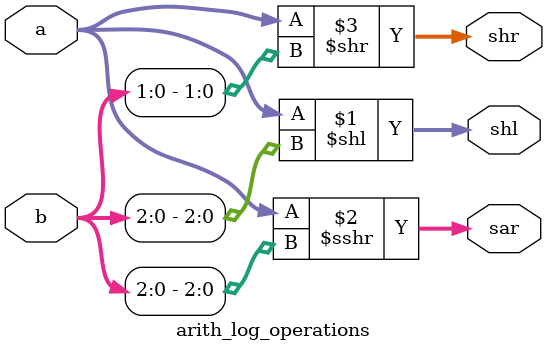
<source format=v>
module arith_log_operations(
input  [7:0]  a, b,
output [7:0] shl, shr, sar);
//логический сдвиг влево
assign shl = a << b[2:0];
//арифметический сдвиг вправо (сохранение знака числа)
assign sar = a >>> b[2:0]; 
// логический сдвиг вправо (определяется 2-мя битами b)
assign shr = a >> b[1:0];
endmodule

</source>
